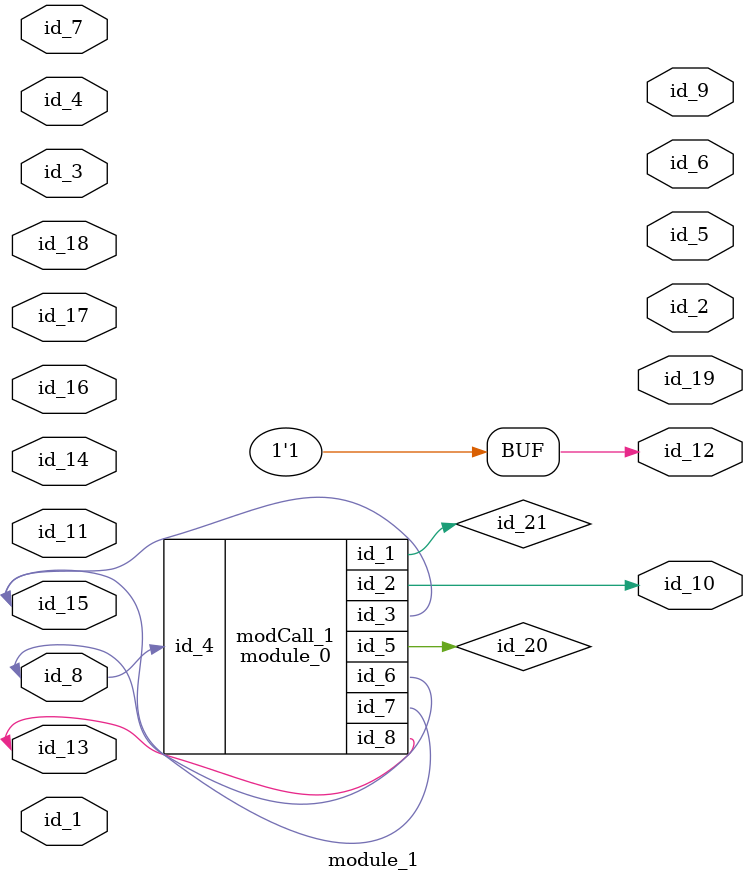
<source format=v>
module module_0 (
    id_1,
    id_2,
    id_3,
    id_4,
    id_5,
    id_6,
    id_7,
    id_8
);
  inout wire id_8;
  inout wor id_7;
  inout wire id_6;
  inout wire id_5;
  input wire id_4;
  inout wire id_3;
  output wire id_2;
  output wire id_1;
  assign id_7 = 1;
  assign id_6 = id_4.id_3;
endmodule
module module_1 (
    id_1,
    id_2,
    id_3,
    id_4,
    id_5,
    id_6,
    id_7,
    id_8,
    id_9,
    id_10,
    id_11,
    id_12,
    id_13,
    id_14,
    id_15,
    id_16,
    id_17,
    id_18,
    id_19
);
  output wire id_19;
  inout wire id_18;
  input wire id_17;
  input wire id_16;
  inout wire id_15;
  input wire id_14;
  inout wire id_13;
  output wand id_12;
  input wire id_11;
  output wire id_10;
  output wire id_9;
  inout wire id_8;
  input wire id_7;
  output wire id_6;
  output wire id_5;
  input wire id_4;
  input wire id_3;
  output wire id_2;
  input wire id_1;
  wire id_20;
  assign id_12 = 1 ? 1 : 1;
  wire id_21;
  ;
  module_0 modCall_1 (
      id_21,
      id_10,
      id_15,
      id_8,
      id_20,
      id_8,
      id_15,
      id_13
  );
endmodule

</source>
